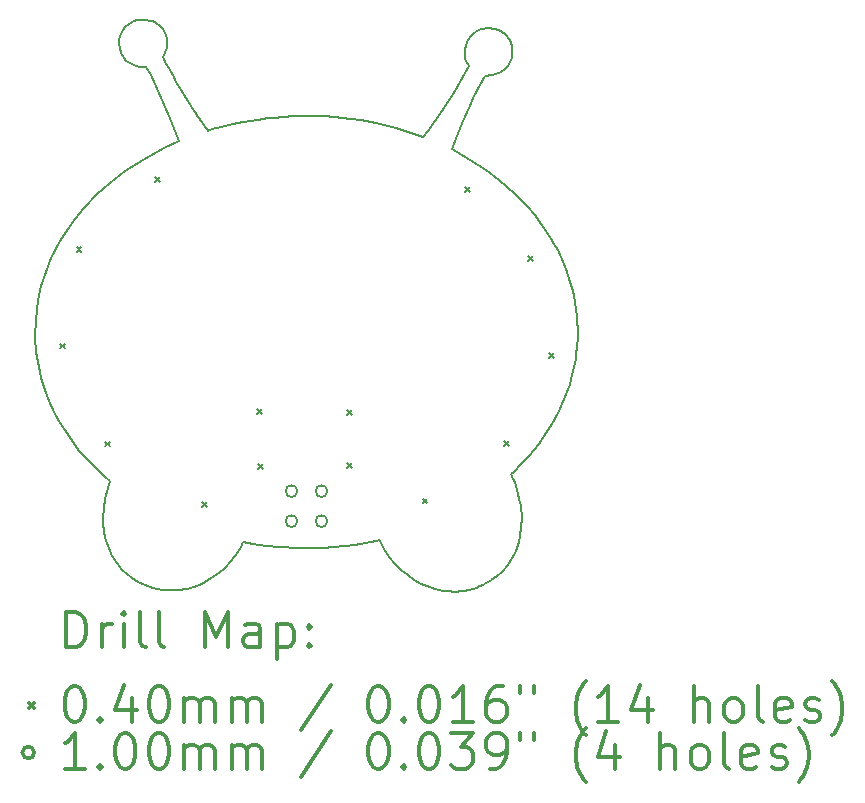
<source format=gbr>
%FSLAX45Y45*%
G04 Gerber Fmt 4.5, Leading zero omitted, Abs format (unit mm)*
G04 Created by KiCad (PCBNEW 4.0.7) date 06/18/18 14:14:16*
%MOMM*%
%LPD*%
G01*
G04 APERTURE LIST*
%ADD10C,0.127000*%
%ADD11C,0.150000*%
%ADD12C,0.200000*%
%ADD13C,0.300000*%
G04 APERTURE END LIST*
D10*
D11*
X12063730Y-9419590D02*
X12108180Y-9498330D01*
X11990070Y-9311640D02*
X12063730Y-9419590D01*
X11931650Y-9235440D02*
X11990070Y-9311640D01*
X11869420Y-9163050D02*
X11931650Y-9235440D01*
X11762740Y-9053830D02*
X11869420Y-9163050D01*
X11631930Y-8938260D02*
X11762740Y-9053830D01*
X11523980Y-8856980D02*
X11631930Y-8938260D01*
X11384280Y-8765540D02*
X11523980Y-8856980D01*
X11277600Y-8704580D02*
X11384280Y-8765540D01*
X11230610Y-8680450D02*
X11277600Y-8704580D01*
X11271250Y-8569960D02*
X11230610Y-8680450D01*
X11322050Y-8441690D02*
X11271250Y-8569960D01*
X11374120Y-8326120D02*
X11322050Y-8441690D01*
X11421110Y-8228330D02*
X11374120Y-8326120D01*
X11468100Y-8133080D02*
X11421110Y-8228330D01*
X11511280Y-8058150D02*
X11468100Y-8133080D01*
X11570970Y-8053070D02*
X11511280Y-8058150D01*
X11607800Y-8045450D02*
X11570970Y-8053070D01*
X11648440Y-8027670D02*
X11607800Y-8045450D01*
X11682730Y-7999730D02*
X11648440Y-8027670D01*
X11709400Y-7970520D02*
X11682730Y-7999730D01*
X11727180Y-7941310D02*
X11709400Y-7970520D01*
X11739880Y-7901940D02*
X11727180Y-7941310D01*
X11743690Y-7863840D02*
X11739880Y-7901940D01*
X11741150Y-7806690D02*
X11743690Y-7863840D01*
X11722100Y-7755890D02*
X11741150Y-7806690D01*
X11684000Y-7706360D02*
X11722100Y-7755890D01*
X11626850Y-7668260D02*
X11684000Y-7706360D01*
X11545570Y-7651750D02*
X11626850Y-7668260D01*
X11480800Y-7661910D02*
X11545570Y-7651750D01*
X11428730Y-7682230D02*
X11480800Y-7661910D01*
X11393170Y-7716520D02*
X11428730Y-7682230D01*
X11367770Y-7752080D02*
X11393170Y-7716520D01*
X11348720Y-7795260D02*
X11367770Y-7752080D01*
X11339830Y-7838440D02*
X11348720Y-7795260D01*
X11341100Y-7881620D02*
X11339830Y-7838440D01*
X11346180Y-7913370D02*
X11341100Y-7881620D01*
X11353800Y-7933690D02*
X11346180Y-7913370D01*
X11372850Y-7971790D02*
X11353800Y-7933690D01*
X11341100Y-8030210D02*
X11372850Y-7971790D01*
X11254740Y-8183880D02*
X11341100Y-8030210D01*
X11150600Y-8351520D02*
X11254740Y-8183880D01*
X11032490Y-8521700D02*
X11150600Y-8351520D01*
X10988040Y-8575040D02*
X11032490Y-8521700D01*
X10883900Y-8536940D02*
X10988040Y-8575040D01*
X10758170Y-8497570D02*
X10883900Y-8536940D01*
X10587990Y-8458200D02*
X10758170Y-8497570D01*
X10460990Y-8434070D02*
X10587990Y-8458200D01*
X10379710Y-8422640D02*
X10460990Y-8434070D01*
X10297160Y-8412480D02*
X10379710Y-8422640D01*
X10238740Y-8407400D02*
X10297160Y-8412480D01*
X10151110Y-8401050D02*
X10238740Y-8407400D01*
X10110470Y-8399780D02*
X10151110Y-8401050D01*
X9987280Y-8397240D02*
X10110470Y-8399780D01*
X9897110Y-8399780D02*
X9987280Y-8397240D01*
X9801860Y-8404860D02*
X9897110Y-8399780D01*
X9721850Y-8411210D02*
X9801860Y-8404860D01*
X9687560Y-8413750D02*
X9721850Y-8411210D01*
X9663430Y-8417560D02*
X9687560Y-8413750D01*
X9643110Y-8420100D02*
X9663430Y-8417560D01*
X9579610Y-8428990D02*
X9643110Y-8420100D01*
X9527540Y-8436610D02*
X9579610Y-8428990D01*
X9464040Y-8449310D02*
X9527540Y-8436610D01*
X9376410Y-8465820D02*
X9464040Y-8449310D01*
X9273540Y-8491220D02*
X9376410Y-8465820D01*
X9202420Y-8510270D02*
X9273540Y-8491220D01*
X9170670Y-8520430D02*
X9202420Y-8510270D01*
X9164320Y-8515350D02*
X9170670Y-8520430D01*
X9147810Y-8496300D02*
X9164320Y-8515350D01*
X9104630Y-8437880D02*
X9147810Y-8496300D01*
X9089390Y-8415020D02*
X9104630Y-8437880D01*
X9075420Y-8394700D02*
X9089390Y-8415020D01*
X9062720Y-8375650D02*
X9075420Y-8394700D01*
X9046210Y-8351520D02*
X9062720Y-8375650D01*
X8994140Y-8271510D02*
X9046210Y-8351520D01*
X8959850Y-8216900D02*
X8994140Y-8271510D01*
X8925560Y-8159750D02*
X8959850Y-8216900D01*
X8903970Y-8122920D02*
X8925560Y-8159750D01*
X8887460Y-8093710D02*
X8903970Y-8122920D01*
X8874760Y-8069580D02*
X8887460Y-8093710D01*
X8843010Y-8011160D02*
X8874760Y-8069580D01*
X8804910Y-7941310D02*
X8843010Y-8011160D01*
X8792210Y-7914640D02*
X8804910Y-7941310D01*
X8787130Y-7900670D02*
X8792210Y-7914640D01*
X8797290Y-7880350D02*
X8787130Y-7900670D01*
X8813800Y-7840980D02*
X8797290Y-7880350D01*
X8817610Y-7823200D02*
X8813800Y-7840980D01*
X8821420Y-7801610D02*
X8817610Y-7823200D01*
X8821420Y-7764780D02*
X8821420Y-7801610D01*
X8818880Y-7734300D02*
X8821420Y-7764780D01*
X8802370Y-7691120D02*
X8818880Y-7734300D01*
X8787130Y-7664450D02*
X8802370Y-7691120D01*
X8759190Y-7633970D02*
X8787130Y-7664450D01*
X8723630Y-7608570D02*
X8759190Y-7633970D01*
X8696960Y-7595870D02*
X8723630Y-7608570D01*
X8676640Y-7589520D02*
X8696960Y-7595870D01*
X8639810Y-7581900D02*
X8676640Y-7589520D01*
X8609330Y-7580630D02*
X8639810Y-7581900D01*
X8567420Y-7586980D02*
X8609330Y-7580630D01*
X8538210Y-7595870D02*
X8567420Y-7586980D01*
X8498840Y-7616190D02*
X8538210Y-7595870D01*
X8467090Y-7645400D02*
X8498840Y-7616190D01*
X8446770Y-7669530D02*
X8467090Y-7645400D01*
X8430260Y-7701280D02*
X8446770Y-7669530D01*
X8416290Y-7748270D02*
X8430260Y-7701280D01*
X8413750Y-7790180D02*
X8416290Y-7748270D01*
X8418830Y-7821930D02*
X8413750Y-7790180D01*
X8431530Y-7860030D02*
X8418830Y-7821930D01*
X8458200Y-7908290D02*
X8431530Y-7860030D01*
X8475980Y-7931150D02*
X8458200Y-7908290D01*
X8505190Y-7951470D02*
X8475980Y-7931150D01*
X8542020Y-7969250D02*
X8505190Y-7951470D01*
X8583930Y-7980680D02*
X8542020Y-7969250D01*
X8624570Y-7984490D02*
X8583930Y-7980680D01*
X8643620Y-7984490D02*
X8624570Y-7984490D01*
X8680450Y-8049260D02*
X8643620Y-7984490D01*
X8780780Y-8258810D02*
X8680450Y-8049260D01*
X8836660Y-8398510D02*
X8780780Y-8258810D01*
X8917940Y-8611870D02*
X8836660Y-8398510D01*
X8794750Y-8667750D02*
X8917940Y-8611870D01*
X8613140Y-8768080D02*
X8794750Y-8667750D01*
X8460740Y-8864600D02*
X8613140Y-8768080D01*
X8338820Y-8961120D02*
X8460740Y-8864600D01*
X8227060Y-9060180D02*
X8338820Y-8961120D01*
X8117840Y-9177020D02*
X8227060Y-9060180D01*
X8041640Y-9268460D02*
X8117840Y-9177020D01*
X7980680Y-9351010D02*
X8041640Y-9268460D01*
X7915910Y-9452610D02*
X7980680Y-9351010D01*
X7838440Y-9601200D02*
X7915910Y-9452610D01*
X7792720Y-9716770D02*
X7838440Y-9601200D01*
X7754620Y-9832340D02*
X7792720Y-9716770D01*
X7726680Y-9956800D02*
X7754620Y-9832340D01*
X7707630Y-10126980D02*
X7726680Y-9956800D01*
X7702550Y-10266680D02*
X7707630Y-10126980D01*
X7712710Y-10393680D02*
X7702550Y-10266680D01*
X7725410Y-10480040D02*
X7712710Y-10393680D01*
X7740650Y-10561320D02*
X7725410Y-10480040D01*
X7753350Y-10613390D02*
X7740650Y-10561320D01*
X7786370Y-10718800D02*
X7753350Y-10613390D01*
X7820660Y-10807700D02*
X7786370Y-10718800D01*
X7862570Y-10899140D02*
X7820660Y-10807700D01*
X7915910Y-10996930D02*
X7862570Y-10899140D01*
X7954010Y-11059160D02*
X7915910Y-10996930D01*
X8020050Y-11154410D02*
X7954010Y-11059160D01*
X8078470Y-11229340D02*
X8020050Y-11154410D01*
X8186420Y-11347450D02*
X8078470Y-11229340D01*
X8249920Y-11412220D02*
X8186420Y-11347450D01*
X8295640Y-11452860D02*
X8249920Y-11412220D01*
X8338820Y-11489690D02*
X8295640Y-11452860D01*
X8319770Y-11544300D02*
X8338820Y-11489690D01*
X8296910Y-11642090D02*
X8319770Y-11544300D01*
X8284210Y-11714480D02*
X8296910Y-11642090D01*
X8280400Y-11802110D02*
X8284210Y-11714480D01*
X8281670Y-11851640D02*
X8280400Y-11802110D01*
X8286750Y-11912600D02*
X8281670Y-11851640D01*
X8298180Y-11965940D02*
X8286750Y-11912600D01*
X8309610Y-12010390D02*
X8298180Y-11965940D01*
X8335010Y-12077700D02*
X8309610Y-12010390D01*
X8355330Y-12123420D02*
X8335010Y-12077700D01*
X8392160Y-12180570D02*
X8355330Y-12123420D01*
X8440420Y-12238990D02*
X8392160Y-12180570D01*
X8478520Y-12277090D02*
X8440420Y-12238990D01*
X8519160Y-12307570D02*
X8478520Y-12277090D01*
X8571230Y-12341860D02*
X8519160Y-12307570D01*
X8632190Y-12371070D02*
X8571230Y-12341860D01*
X8704580Y-12395200D02*
X8632190Y-12371070D01*
X8774430Y-12409170D02*
X8704580Y-12395200D01*
X8836660Y-12414250D02*
X8774430Y-12409170D01*
X8910320Y-12411710D02*
X8836660Y-12414250D01*
X8985250Y-12399010D02*
X8910320Y-12411710D01*
X9051290Y-12381230D02*
X8985250Y-12399010D01*
X9117330Y-12355830D02*
X9051290Y-12381230D01*
X9193530Y-12312650D02*
X9117330Y-12355830D01*
X9255760Y-12268200D02*
X9193530Y-12312650D01*
X9306560Y-12223750D02*
X9255760Y-12268200D01*
X9362440Y-12167870D02*
X9306560Y-12223750D01*
X9419590Y-12089130D02*
X9362440Y-12167870D01*
X9446260Y-12044680D02*
X9419590Y-12089130D01*
X9466580Y-12007850D02*
X9446260Y-12044680D01*
X9551670Y-12019280D02*
X9466580Y-12007850D01*
X9657080Y-12034520D02*
X9551670Y-12019280D01*
X9781540Y-12047220D02*
X9657080Y-12034520D01*
X9926320Y-12053570D02*
X9781540Y-12047220D01*
X10057130Y-12053570D02*
X9926320Y-12053570D01*
X10156190Y-12051030D02*
X10057130Y-12053570D01*
X10218420Y-12047220D02*
X10156190Y-12051030D01*
X10339070Y-12035790D02*
X10218420Y-12047220D01*
X10400030Y-12026900D02*
X10339070Y-12035790D01*
X10459720Y-12018010D02*
X10400030Y-12026900D01*
X10541000Y-12004040D02*
X10459720Y-12018010D01*
X10599420Y-11991340D02*
X10541000Y-12004040D01*
X10618470Y-11986260D02*
X10599420Y-11991340D01*
X10626090Y-11997690D02*
X10618470Y-11986260D01*
X10660380Y-12063730D02*
X10626090Y-11997690D01*
X10702290Y-12128500D02*
X10660380Y-12063730D01*
X10751820Y-12189460D02*
X10702290Y-12128500D01*
X10801350Y-12238990D02*
X10751820Y-12189460D01*
X10857230Y-12285980D02*
X10801350Y-12238990D01*
X10914380Y-12325350D02*
X10857230Y-12285980D01*
X10970260Y-12355830D02*
X10914380Y-12325350D01*
X11019790Y-12377420D02*
X10970260Y-12355830D01*
X11085830Y-12400280D02*
X11019790Y-12377420D01*
X11155680Y-12416790D02*
X11085830Y-12400280D01*
X11197590Y-12421870D02*
X11155680Y-12416790D01*
X11259820Y-12423140D02*
X11197590Y-12421870D01*
X11320780Y-12418060D02*
X11259820Y-12423140D01*
X11337290Y-12415520D02*
X11320780Y-12418060D01*
X11375390Y-12409170D02*
X11337290Y-12415520D01*
X11440160Y-12390120D02*
X11375390Y-12409170D01*
X11447780Y-12386310D02*
X11440160Y-12390120D01*
X11496040Y-12365990D02*
X11447780Y-12386310D01*
X11503660Y-12362180D02*
X11496040Y-12365990D01*
X11534140Y-12344400D02*
X11503660Y-12362180D01*
X11553190Y-12334240D02*
X11534140Y-12344400D01*
X11562080Y-12327890D02*
X11553190Y-12334240D01*
X11590020Y-12307570D02*
X11562080Y-12327890D01*
X11611610Y-12293600D02*
X11590020Y-12307570D01*
X11654790Y-12254230D02*
X11611610Y-12293600D01*
X11703050Y-12199620D02*
X11654790Y-12254230D01*
X11739880Y-12142470D02*
X11703050Y-12199620D01*
X11756390Y-12110720D02*
X11739880Y-12142470D01*
X11774170Y-12076430D02*
X11756390Y-12110720D01*
X11797030Y-12007850D02*
X11774170Y-12076430D01*
X11812270Y-11949430D02*
X11797030Y-12007850D01*
X11819890Y-11877040D02*
X11812270Y-11949430D01*
X11821160Y-11802110D02*
X11819890Y-11877040D01*
X11821160Y-11769090D02*
X11821160Y-11802110D01*
X11818620Y-11732260D02*
X11821160Y-11769090D01*
X11816080Y-11703050D02*
X11818620Y-11732260D01*
X11803380Y-11638280D02*
X11816080Y-11703050D01*
X11794490Y-11600180D02*
X11803380Y-11638280D01*
X11785600Y-11567160D02*
X11794490Y-11600180D01*
X11775440Y-11532870D02*
X11785600Y-11567160D01*
X11762740Y-11497310D02*
X11775440Y-11532870D01*
X11751310Y-11468100D02*
X11762740Y-11497310D01*
X11733530Y-11428730D02*
X11751310Y-11468100D01*
X11755120Y-11408410D02*
X11733530Y-11428730D01*
X11771630Y-11391900D02*
X11755120Y-11408410D01*
X11802110Y-11361420D02*
X11771630Y-11391900D01*
X11849100Y-11310620D02*
X11802110Y-11361420D01*
X11883390Y-11273790D02*
X11849100Y-11310620D01*
X11968480Y-11170920D02*
X11883390Y-11273790D01*
X12031980Y-11082020D02*
X11968480Y-11170920D01*
X12081510Y-11002010D02*
X12031980Y-11082020D01*
X12128500Y-10915650D02*
X12081510Y-11002010D01*
X12147550Y-10878820D02*
X12128500Y-10915650D01*
X12157710Y-10854690D02*
X12147550Y-10878820D01*
X12192000Y-10775950D02*
X12157710Y-10854690D01*
X12216130Y-10706100D02*
X12192000Y-10775950D01*
X12228830Y-10671810D02*
X12216130Y-10706100D01*
X12241530Y-10623550D02*
X12228830Y-10671810D01*
X12250420Y-10589260D02*
X12241530Y-10623550D01*
X12259310Y-10557510D02*
X12250420Y-10589260D01*
X12273280Y-10485120D02*
X12259310Y-10557510D01*
X12279630Y-10452100D02*
X12273280Y-10485120D01*
X12283440Y-10424160D02*
X12279630Y-10452100D01*
X12292330Y-10342880D02*
X12283440Y-10424160D01*
X12296140Y-10280650D02*
X12292330Y-10342880D01*
X12297410Y-10251440D02*
X12296140Y-10280650D01*
X12297410Y-10220960D02*
X12297410Y-10251440D01*
X12293600Y-10121900D02*
X12297410Y-10220960D01*
X12289790Y-10083800D02*
X12293600Y-10121900D01*
X12285980Y-10045700D02*
X12289790Y-10083800D01*
X12284710Y-10033000D02*
X12285980Y-10045700D01*
X12265660Y-9923780D02*
X12284710Y-10033000D01*
X12254230Y-9878060D02*
X12265660Y-9923780D01*
X12235180Y-9804400D02*
X12254230Y-9878060D01*
X12198350Y-9696450D02*
X12235180Y-9804400D01*
X12155170Y-9593580D02*
X12198350Y-9696450D01*
X12125960Y-9533890D02*
X12155170Y-9593580D01*
X12111990Y-9504680D02*
X12125960Y-9533890D01*
X12108180Y-9498330D02*
X12111990Y-9504680D01*
D12*
X7916484Y-10324404D02*
X7956484Y-10364404D01*
X7956484Y-10324404D02*
X7916484Y-10364404D01*
X8053644Y-9509064D02*
X8093644Y-9549064D01*
X8093644Y-9509064D02*
X8053644Y-9549064D01*
X8297484Y-11154984D02*
X8337484Y-11194984D01*
X8337484Y-11154984D02*
X8297484Y-11194984D01*
X8720140Y-8914704D02*
X8760140Y-8954704D01*
X8760140Y-8914704D02*
X8720140Y-8954704D01*
X9118920Y-11667810D02*
X9158920Y-11707810D01*
X9158920Y-11667810D02*
X9118920Y-11707810D01*
X9581200Y-10876600D02*
X9621200Y-10916600D01*
X9621200Y-10876600D02*
X9581200Y-10916600D01*
X9593900Y-11346500D02*
X9633900Y-11386500D01*
X9633900Y-11346500D02*
X9593900Y-11386500D01*
X10343200Y-10889300D02*
X10383200Y-10929300D01*
X10383200Y-10889300D02*
X10343200Y-10929300D01*
X10343200Y-11333800D02*
X10383200Y-11373800D01*
X10383200Y-11333800D02*
X10343200Y-11373800D01*
X10983280Y-11637330D02*
X11023280Y-11677330D01*
X11023280Y-11637330D02*
X10983280Y-11677330D01*
X11346500Y-8997000D02*
X11386500Y-9037000D01*
X11386500Y-8997000D02*
X11346500Y-9037000D01*
X11675430Y-11150920D02*
X11715430Y-11190920D01*
X11715430Y-11150920D02*
X11675430Y-11190920D01*
X11879900Y-9581200D02*
X11919900Y-9621200D01*
X11919900Y-9581200D02*
X11879900Y-9621200D01*
X12057700Y-10406700D02*
X12097700Y-10446700D01*
X12097700Y-10406700D02*
X12057700Y-10446700D01*
X9923000Y-11573000D02*
G75*
G03X9923000Y-11573000I-50000J0D01*
G01*
X9923000Y-11827000D02*
G75*
G03X9923000Y-11827000I-50000J0D01*
G01*
X10177000Y-11573000D02*
G75*
G03X10177000Y-11573000I-50000J0D01*
G01*
X10177000Y-11827000D02*
G75*
G03X10177000Y-11827000I-50000J0D01*
G01*
D13*
X7966478Y-12896354D02*
X7966478Y-12596354D01*
X8037907Y-12596354D01*
X8080764Y-12610640D01*
X8109336Y-12639211D01*
X8123621Y-12667783D01*
X8137907Y-12724926D01*
X8137907Y-12767783D01*
X8123621Y-12824926D01*
X8109336Y-12853497D01*
X8080764Y-12882069D01*
X8037907Y-12896354D01*
X7966478Y-12896354D01*
X8266478Y-12896354D02*
X8266478Y-12696354D01*
X8266478Y-12753497D02*
X8280764Y-12724926D01*
X8295050Y-12710640D01*
X8323621Y-12696354D01*
X8352193Y-12696354D01*
X8452193Y-12896354D02*
X8452193Y-12696354D01*
X8452193Y-12596354D02*
X8437907Y-12610640D01*
X8452193Y-12624926D01*
X8466479Y-12610640D01*
X8452193Y-12596354D01*
X8452193Y-12624926D01*
X8637907Y-12896354D02*
X8609336Y-12882069D01*
X8595050Y-12853497D01*
X8595050Y-12596354D01*
X8795050Y-12896354D02*
X8766479Y-12882069D01*
X8752193Y-12853497D01*
X8752193Y-12596354D01*
X9137907Y-12896354D02*
X9137907Y-12596354D01*
X9237907Y-12810640D01*
X9337907Y-12596354D01*
X9337907Y-12896354D01*
X9609336Y-12896354D02*
X9609336Y-12739211D01*
X9595050Y-12710640D01*
X9566479Y-12696354D01*
X9509336Y-12696354D01*
X9480764Y-12710640D01*
X9609336Y-12882069D02*
X9580764Y-12896354D01*
X9509336Y-12896354D01*
X9480764Y-12882069D01*
X9466479Y-12853497D01*
X9466479Y-12824926D01*
X9480764Y-12796354D01*
X9509336Y-12782069D01*
X9580764Y-12782069D01*
X9609336Y-12767783D01*
X9752193Y-12696354D02*
X9752193Y-12996354D01*
X9752193Y-12710640D02*
X9780764Y-12696354D01*
X9837907Y-12696354D01*
X9866479Y-12710640D01*
X9880764Y-12724926D01*
X9895050Y-12753497D01*
X9895050Y-12839211D01*
X9880764Y-12867783D01*
X9866479Y-12882069D01*
X9837907Y-12896354D01*
X9780764Y-12896354D01*
X9752193Y-12882069D01*
X10023621Y-12867783D02*
X10037907Y-12882069D01*
X10023621Y-12896354D01*
X10009336Y-12882069D01*
X10023621Y-12867783D01*
X10023621Y-12896354D01*
X10023621Y-12710640D02*
X10037907Y-12724926D01*
X10023621Y-12739211D01*
X10009336Y-12724926D01*
X10023621Y-12710640D01*
X10023621Y-12739211D01*
X7655050Y-13370640D02*
X7695050Y-13410640D01*
X7695050Y-13370640D02*
X7655050Y-13410640D01*
X8023621Y-13226354D02*
X8052193Y-13226354D01*
X8080764Y-13240640D01*
X8095050Y-13254926D01*
X8109336Y-13283497D01*
X8123621Y-13340640D01*
X8123621Y-13412069D01*
X8109336Y-13469211D01*
X8095050Y-13497783D01*
X8080764Y-13512069D01*
X8052193Y-13526354D01*
X8023621Y-13526354D01*
X7995050Y-13512069D01*
X7980764Y-13497783D01*
X7966478Y-13469211D01*
X7952193Y-13412069D01*
X7952193Y-13340640D01*
X7966478Y-13283497D01*
X7980764Y-13254926D01*
X7995050Y-13240640D01*
X8023621Y-13226354D01*
X8252193Y-13497783D02*
X8266478Y-13512069D01*
X8252193Y-13526354D01*
X8237907Y-13512069D01*
X8252193Y-13497783D01*
X8252193Y-13526354D01*
X8523621Y-13326354D02*
X8523621Y-13526354D01*
X8452193Y-13212069D02*
X8380764Y-13426354D01*
X8566478Y-13426354D01*
X8737907Y-13226354D02*
X8766479Y-13226354D01*
X8795050Y-13240640D01*
X8809336Y-13254926D01*
X8823621Y-13283497D01*
X8837907Y-13340640D01*
X8837907Y-13412069D01*
X8823621Y-13469211D01*
X8809336Y-13497783D01*
X8795050Y-13512069D01*
X8766479Y-13526354D01*
X8737907Y-13526354D01*
X8709336Y-13512069D01*
X8695050Y-13497783D01*
X8680764Y-13469211D01*
X8666479Y-13412069D01*
X8666479Y-13340640D01*
X8680764Y-13283497D01*
X8695050Y-13254926D01*
X8709336Y-13240640D01*
X8737907Y-13226354D01*
X8966479Y-13526354D02*
X8966479Y-13326354D01*
X8966479Y-13354926D02*
X8980764Y-13340640D01*
X9009336Y-13326354D01*
X9052193Y-13326354D01*
X9080764Y-13340640D01*
X9095050Y-13369211D01*
X9095050Y-13526354D01*
X9095050Y-13369211D02*
X9109336Y-13340640D01*
X9137907Y-13326354D01*
X9180764Y-13326354D01*
X9209336Y-13340640D01*
X9223621Y-13369211D01*
X9223621Y-13526354D01*
X9366479Y-13526354D02*
X9366479Y-13326354D01*
X9366479Y-13354926D02*
X9380764Y-13340640D01*
X9409336Y-13326354D01*
X9452193Y-13326354D01*
X9480764Y-13340640D01*
X9495050Y-13369211D01*
X9495050Y-13526354D01*
X9495050Y-13369211D02*
X9509336Y-13340640D01*
X9537907Y-13326354D01*
X9580764Y-13326354D01*
X9609336Y-13340640D01*
X9623621Y-13369211D01*
X9623621Y-13526354D01*
X10209336Y-13212069D02*
X9952193Y-13597783D01*
X10595050Y-13226354D02*
X10623621Y-13226354D01*
X10652193Y-13240640D01*
X10666478Y-13254926D01*
X10680764Y-13283497D01*
X10695050Y-13340640D01*
X10695050Y-13412069D01*
X10680764Y-13469211D01*
X10666478Y-13497783D01*
X10652193Y-13512069D01*
X10623621Y-13526354D01*
X10595050Y-13526354D01*
X10566478Y-13512069D01*
X10552193Y-13497783D01*
X10537907Y-13469211D01*
X10523621Y-13412069D01*
X10523621Y-13340640D01*
X10537907Y-13283497D01*
X10552193Y-13254926D01*
X10566478Y-13240640D01*
X10595050Y-13226354D01*
X10823621Y-13497783D02*
X10837907Y-13512069D01*
X10823621Y-13526354D01*
X10809336Y-13512069D01*
X10823621Y-13497783D01*
X10823621Y-13526354D01*
X11023621Y-13226354D02*
X11052193Y-13226354D01*
X11080764Y-13240640D01*
X11095050Y-13254926D01*
X11109336Y-13283497D01*
X11123621Y-13340640D01*
X11123621Y-13412069D01*
X11109336Y-13469211D01*
X11095050Y-13497783D01*
X11080764Y-13512069D01*
X11052193Y-13526354D01*
X11023621Y-13526354D01*
X10995050Y-13512069D01*
X10980764Y-13497783D01*
X10966478Y-13469211D01*
X10952193Y-13412069D01*
X10952193Y-13340640D01*
X10966478Y-13283497D01*
X10980764Y-13254926D01*
X10995050Y-13240640D01*
X11023621Y-13226354D01*
X11409335Y-13526354D02*
X11237907Y-13526354D01*
X11323621Y-13526354D02*
X11323621Y-13226354D01*
X11295050Y-13269211D01*
X11266478Y-13297783D01*
X11237907Y-13312069D01*
X11666478Y-13226354D02*
X11609335Y-13226354D01*
X11580764Y-13240640D01*
X11566478Y-13254926D01*
X11537907Y-13297783D01*
X11523621Y-13354926D01*
X11523621Y-13469211D01*
X11537907Y-13497783D01*
X11552193Y-13512069D01*
X11580764Y-13526354D01*
X11637907Y-13526354D01*
X11666478Y-13512069D01*
X11680764Y-13497783D01*
X11695050Y-13469211D01*
X11695050Y-13397783D01*
X11680764Y-13369211D01*
X11666478Y-13354926D01*
X11637907Y-13340640D01*
X11580764Y-13340640D01*
X11552193Y-13354926D01*
X11537907Y-13369211D01*
X11523621Y-13397783D01*
X11809336Y-13226354D02*
X11809336Y-13283497D01*
X11923621Y-13226354D02*
X11923621Y-13283497D01*
X12366478Y-13640640D02*
X12352193Y-13626354D01*
X12323621Y-13583497D01*
X12309335Y-13554926D01*
X12295050Y-13512069D01*
X12280764Y-13440640D01*
X12280764Y-13383497D01*
X12295050Y-13312069D01*
X12309335Y-13269211D01*
X12323621Y-13240640D01*
X12352193Y-13197783D01*
X12366478Y-13183497D01*
X12637907Y-13526354D02*
X12466478Y-13526354D01*
X12552193Y-13526354D02*
X12552193Y-13226354D01*
X12523621Y-13269211D01*
X12495050Y-13297783D01*
X12466478Y-13312069D01*
X12895050Y-13326354D02*
X12895050Y-13526354D01*
X12823621Y-13212069D02*
X12752193Y-13426354D01*
X12937907Y-13426354D01*
X13280764Y-13526354D02*
X13280764Y-13226354D01*
X13409335Y-13526354D02*
X13409335Y-13369211D01*
X13395050Y-13340640D01*
X13366478Y-13326354D01*
X13323621Y-13326354D01*
X13295050Y-13340640D01*
X13280764Y-13354926D01*
X13595050Y-13526354D02*
X13566478Y-13512069D01*
X13552193Y-13497783D01*
X13537907Y-13469211D01*
X13537907Y-13383497D01*
X13552193Y-13354926D01*
X13566478Y-13340640D01*
X13595050Y-13326354D01*
X13637907Y-13326354D01*
X13666478Y-13340640D01*
X13680764Y-13354926D01*
X13695050Y-13383497D01*
X13695050Y-13469211D01*
X13680764Y-13497783D01*
X13666478Y-13512069D01*
X13637907Y-13526354D01*
X13595050Y-13526354D01*
X13866478Y-13526354D02*
X13837907Y-13512069D01*
X13823621Y-13483497D01*
X13823621Y-13226354D01*
X14095050Y-13512069D02*
X14066478Y-13526354D01*
X14009336Y-13526354D01*
X13980764Y-13512069D01*
X13966478Y-13483497D01*
X13966478Y-13369211D01*
X13980764Y-13340640D01*
X14009336Y-13326354D01*
X14066478Y-13326354D01*
X14095050Y-13340640D01*
X14109336Y-13369211D01*
X14109336Y-13397783D01*
X13966478Y-13426354D01*
X14223621Y-13512069D02*
X14252193Y-13526354D01*
X14309336Y-13526354D01*
X14337907Y-13512069D01*
X14352193Y-13483497D01*
X14352193Y-13469211D01*
X14337907Y-13440640D01*
X14309336Y-13426354D01*
X14266478Y-13426354D01*
X14237907Y-13412069D01*
X14223621Y-13383497D01*
X14223621Y-13369211D01*
X14237907Y-13340640D01*
X14266478Y-13326354D01*
X14309336Y-13326354D01*
X14337907Y-13340640D01*
X14452193Y-13640640D02*
X14466478Y-13626354D01*
X14495050Y-13583497D01*
X14509336Y-13554926D01*
X14523621Y-13512069D01*
X14537907Y-13440640D01*
X14537907Y-13383497D01*
X14523621Y-13312069D01*
X14509336Y-13269211D01*
X14495050Y-13240640D01*
X14466478Y-13197783D01*
X14452193Y-13183497D01*
X7695050Y-13786640D02*
G75*
G03X7695050Y-13786640I-50000J0D01*
G01*
X8123621Y-13922354D02*
X7952193Y-13922354D01*
X8037907Y-13922354D02*
X8037907Y-13622354D01*
X8009336Y-13665211D01*
X7980764Y-13693783D01*
X7952193Y-13708069D01*
X8252193Y-13893783D02*
X8266478Y-13908069D01*
X8252193Y-13922354D01*
X8237907Y-13908069D01*
X8252193Y-13893783D01*
X8252193Y-13922354D01*
X8452193Y-13622354D02*
X8480764Y-13622354D01*
X8509336Y-13636640D01*
X8523621Y-13650926D01*
X8537907Y-13679497D01*
X8552193Y-13736640D01*
X8552193Y-13808069D01*
X8537907Y-13865211D01*
X8523621Y-13893783D01*
X8509336Y-13908069D01*
X8480764Y-13922354D01*
X8452193Y-13922354D01*
X8423621Y-13908069D01*
X8409336Y-13893783D01*
X8395050Y-13865211D01*
X8380764Y-13808069D01*
X8380764Y-13736640D01*
X8395050Y-13679497D01*
X8409336Y-13650926D01*
X8423621Y-13636640D01*
X8452193Y-13622354D01*
X8737907Y-13622354D02*
X8766479Y-13622354D01*
X8795050Y-13636640D01*
X8809336Y-13650926D01*
X8823621Y-13679497D01*
X8837907Y-13736640D01*
X8837907Y-13808069D01*
X8823621Y-13865211D01*
X8809336Y-13893783D01*
X8795050Y-13908069D01*
X8766479Y-13922354D01*
X8737907Y-13922354D01*
X8709336Y-13908069D01*
X8695050Y-13893783D01*
X8680764Y-13865211D01*
X8666479Y-13808069D01*
X8666479Y-13736640D01*
X8680764Y-13679497D01*
X8695050Y-13650926D01*
X8709336Y-13636640D01*
X8737907Y-13622354D01*
X8966479Y-13922354D02*
X8966479Y-13722354D01*
X8966479Y-13750926D02*
X8980764Y-13736640D01*
X9009336Y-13722354D01*
X9052193Y-13722354D01*
X9080764Y-13736640D01*
X9095050Y-13765211D01*
X9095050Y-13922354D01*
X9095050Y-13765211D02*
X9109336Y-13736640D01*
X9137907Y-13722354D01*
X9180764Y-13722354D01*
X9209336Y-13736640D01*
X9223621Y-13765211D01*
X9223621Y-13922354D01*
X9366479Y-13922354D02*
X9366479Y-13722354D01*
X9366479Y-13750926D02*
X9380764Y-13736640D01*
X9409336Y-13722354D01*
X9452193Y-13722354D01*
X9480764Y-13736640D01*
X9495050Y-13765211D01*
X9495050Y-13922354D01*
X9495050Y-13765211D02*
X9509336Y-13736640D01*
X9537907Y-13722354D01*
X9580764Y-13722354D01*
X9609336Y-13736640D01*
X9623621Y-13765211D01*
X9623621Y-13922354D01*
X10209336Y-13608069D02*
X9952193Y-13993783D01*
X10595050Y-13622354D02*
X10623621Y-13622354D01*
X10652193Y-13636640D01*
X10666478Y-13650926D01*
X10680764Y-13679497D01*
X10695050Y-13736640D01*
X10695050Y-13808069D01*
X10680764Y-13865211D01*
X10666478Y-13893783D01*
X10652193Y-13908069D01*
X10623621Y-13922354D01*
X10595050Y-13922354D01*
X10566478Y-13908069D01*
X10552193Y-13893783D01*
X10537907Y-13865211D01*
X10523621Y-13808069D01*
X10523621Y-13736640D01*
X10537907Y-13679497D01*
X10552193Y-13650926D01*
X10566478Y-13636640D01*
X10595050Y-13622354D01*
X10823621Y-13893783D02*
X10837907Y-13908069D01*
X10823621Y-13922354D01*
X10809336Y-13908069D01*
X10823621Y-13893783D01*
X10823621Y-13922354D01*
X11023621Y-13622354D02*
X11052193Y-13622354D01*
X11080764Y-13636640D01*
X11095050Y-13650926D01*
X11109336Y-13679497D01*
X11123621Y-13736640D01*
X11123621Y-13808069D01*
X11109336Y-13865211D01*
X11095050Y-13893783D01*
X11080764Y-13908069D01*
X11052193Y-13922354D01*
X11023621Y-13922354D01*
X10995050Y-13908069D01*
X10980764Y-13893783D01*
X10966478Y-13865211D01*
X10952193Y-13808069D01*
X10952193Y-13736640D01*
X10966478Y-13679497D01*
X10980764Y-13650926D01*
X10995050Y-13636640D01*
X11023621Y-13622354D01*
X11223621Y-13622354D02*
X11409335Y-13622354D01*
X11309335Y-13736640D01*
X11352193Y-13736640D01*
X11380764Y-13750926D01*
X11395050Y-13765211D01*
X11409335Y-13793783D01*
X11409335Y-13865211D01*
X11395050Y-13893783D01*
X11380764Y-13908069D01*
X11352193Y-13922354D01*
X11266478Y-13922354D01*
X11237907Y-13908069D01*
X11223621Y-13893783D01*
X11552193Y-13922354D02*
X11609335Y-13922354D01*
X11637907Y-13908069D01*
X11652193Y-13893783D01*
X11680764Y-13850926D01*
X11695050Y-13793783D01*
X11695050Y-13679497D01*
X11680764Y-13650926D01*
X11666478Y-13636640D01*
X11637907Y-13622354D01*
X11580764Y-13622354D01*
X11552193Y-13636640D01*
X11537907Y-13650926D01*
X11523621Y-13679497D01*
X11523621Y-13750926D01*
X11537907Y-13779497D01*
X11552193Y-13793783D01*
X11580764Y-13808069D01*
X11637907Y-13808069D01*
X11666478Y-13793783D01*
X11680764Y-13779497D01*
X11695050Y-13750926D01*
X11809336Y-13622354D02*
X11809336Y-13679497D01*
X11923621Y-13622354D02*
X11923621Y-13679497D01*
X12366478Y-14036640D02*
X12352193Y-14022354D01*
X12323621Y-13979497D01*
X12309335Y-13950926D01*
X12295050Y-13908069D01*
X12280764Y-13836640D01*
X12280764Y-13779497D01*
X12295050Y-13708069D01*
X12309335Y-13665211D01*
X12323621Y-13636640D01*
X12352193Y-13593783D01*
X12366478Y-13579497D01*
X12609335Y-13722354D02*
X12609335Y-13922354D01*
X12537907Y-13608069D02*
X12466478Y-13822354D01*
X12652193Y-13822354D01*
X12995050Y-13922354D02*
X12995050Y-13622354D01*
X13123621Y-13922354D02*
X13123621Y-13765211D01*
X13109335Y-13736640D01*
X13080764Y-13722354D01*
X13037907Y-13722354D01*
X13009335Y-13736640D01*
X12995050Y-13750926D01*
X13309335Y-13922354D02*
X13280764Y-13908069D01*
X13266478Y-13893783D01*
X13252193Y-13865211D01*
X13252193Y-13779497D01*
X13266478Y-13750926D01*
X13280764Y-13736640D01*
X13309335Y-13722354D01*
X13352193Y-13722354D01*
X13380764Y-13736640D01*
X13395050Y-13750926D01*
X13409335Y-13779497D01*
X13409335Y-13865211D01*
X13395050Y-13893783D01*
X13380764Y-13908069D01*
X13352193Y-13922354D01*
X13309335Y-13922354D01*
X13580764Y-13922354D02*
X13552193Y-13908069D01*
X13537907Y-13879497D01*
X13537907Y-13622354D01*
X13809336Y-13908069D02*
X13780764Y-13922354D01*
X13723621Y-13922354D01*
X13695050Y-13908069D01*
X13680764Y-13879497D01*
X13680764Y-13765211D01*
X13695050Y-13736640D01*
X13723621Y-13722354D01*
X13780764Y-13722354D01*
X13809336Y-13736640D01*
X13823621Y-13765211D01*
X13823621Y-13793783D01*
X13680764Y-13822354D01*
X13937907Y-13908069D02*
X13966478Y-13922354D01*
X14023621Y-13922354D01*
X14052193Y-13908069D01*
X14066478Y-13879497D01*
X14066478Y-13865211D01*
X14052193Y-13836640D01*
X14023621Y-13822354D01*
X13980764Y-13822354D01*
X13952193Y-13808069D01*
X13937907Y-13779497D01*
X13937907Y-13765211D01*
X13952193Y-13736640D01*
X13980764Y-13722354D01*
X14023621Y-13722354D01*
X14052193Y-13736640D01*
X14166478Y-14036640D02*
X14180764Y-14022354D01*
X14209336Y-13979497D01*
X14223621Y-13950926D01*
X14237907Y-13908069D01*
X14252193Y-13836640D01*
X14252193Y-13779497D01*
X14237907Y-13708069D01*
X14223621Y-13665211D01*
X14209336Y-13636640D01*
X14180764Y-13593783D01*
X14166478Y-13579497D01*
M02*

</source>
